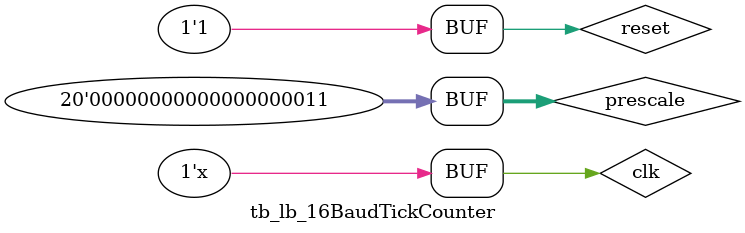
<source format=v>
`timescale 1ps / 1fs


module tb_lb_16BaudTickCounter;

	// Inputs
	reg clk;
	reg reset;
	reg [19:0] prescale;

	// Outputs
	wire done;

	// Instantiate the Unit Under Test (UUT)
	lb_16BaudTickCounter uut (
		.clk(clk), 
		.reset(reset), 
		.prescale(prescale), 
		.done(done)
	);

	always 
		#20 clk = ~clk;
		
	initial begin
		// Initialize Inputs
		clk = 0;
		reset = 0;
		prescale = 3;
		
		#10
		reset = 1;
		// Wait 100 ns for global reset to finish
		#400;
        
		// Add stimulus here

	end
      
endmodule


</source>
